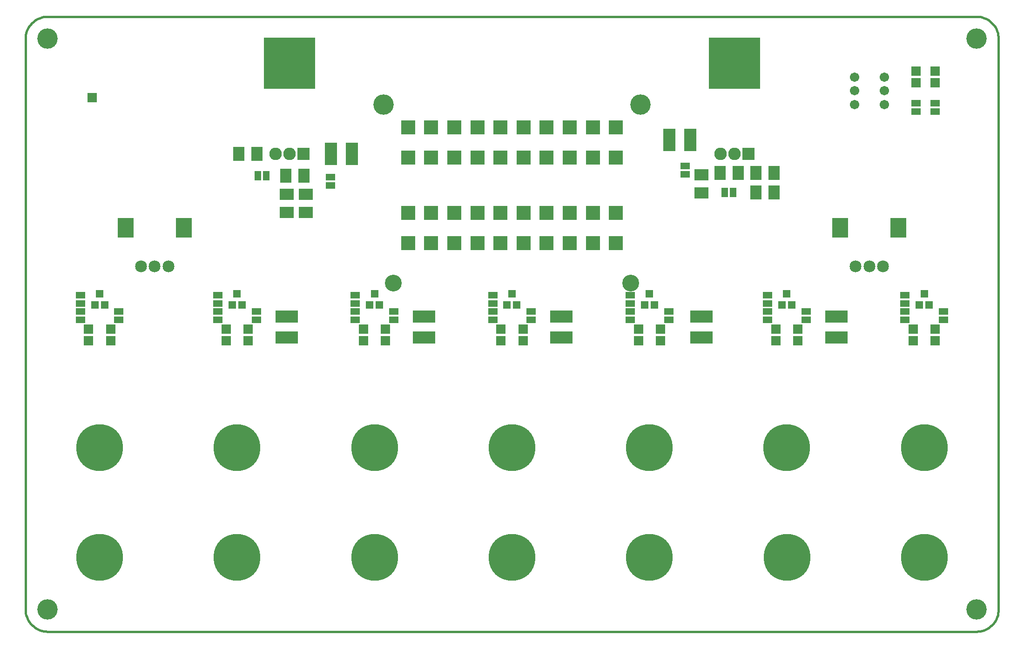
<source format=gts>
G04 (created by PCBNEW-RS274X (2012-01-19 BZR 3256)-stable) date 9/12/2012 8:11:32 PM*
G01*
G70*
G90*
%MOIN*%
G04 Gerber Fmt 3.4, Leading zero omitted, Abs format*
%FSLAX34Y34*%
G04 APERTURE LIST*
%ADD10C,0.006000*%
%ADD11C,0.015000*%
%ADD12C,0.085000*%
%ADD13R,0.114500X0.144000*%
%ADD14C,0.120000*%
%ADD15C,0.067200*%
%ADD16R,0.090000X0.090000*%
%ADD17C,0.090000*%
%ADD18R,0.370000X0.370000*%
%ADD19R,0.103700X0.103700*%
%ADD20C,0.335000*%
%ADD21R,0.065000X0.045000*%
%ADD22R,0.045000X0.065000*%
%ADD23R,0.056000X0.056000*%
%ADD24R,0.067200X0.067200*%
%ADD25R,0.100000X0.080000*%
%ADD26R,0.080000X0.100000*%
%ADD27R,0.090000X0.160000*%
%ADD28R,0.160000X0.090000*%
%ADD29R,0.071400X0.071400*%
%ADD30C,0.146000*%
G04 APERTURE END LIST*
G54D10*
G54D11*
X90945Y-21850D02*
X90945Y-62795D01*
X22834Y-20276D02*
X89370Y-20276D01*
X21259Y-62795D02*
X21259Y-21850D01*
X89370Y-64370D02*
X22834Y-64370D01*
X21260Y-62795D02*
X21266Y-62932D01*
X21284Y-63068D01*
X21314Y-63202D01*
X21355Y-63333D01*
X21408Y-63460D01*
X21472Y-63582D01*
X21545Y-63698D01*
X21629Y-63807D01*
X21722Y-63908D01*
X21823Y-64001D01*
X21932Y-64085D01*
X22048Y-64158D01*
X22170Y-64222D01*
X22297Y-64275D01*
X22428Y-64316D01*
X22562Y-64346D01*
X22698Y-64364D01*
X22835Y-64370D01*
X22834Y-20275D02*
X22697Y-20281D01*
X22561Y-20299D01*
X22427Y-20329D01*
X22296Y-20370D01*
X22169Y-20423D01*
X22047Y-20487D01*
X21931Y-20560D01*
X21822Y-20644D01*
X21721Y-20737D01*
X21628Y-20838D01*
X21544Y-20947D01*
X21471Y-21063D01*
X21407Y-21185D01*
X21354Y-21312D01*
X21313Y-21443D01*
X21283Y-21577D01*
X21265Y-21713D01*
X21259Y-21850D01*
X90944Y-21850D02*
X90938Y-21713D01*
X90920Y-21577D01*
X90890Y-21443D01*
X90849Y-21312D01*
X90796Y-21185D01*
X90732Y-21063D01*
X90659Y-20947D01*
X90575Y-20838D01*
X90482Y-20737D01*
X90381Y-20644D01*
X90272Y-20560D01*
X90156Y-20487D01*
X90034Y-20423D01*
X89907Y-20370D01*
X89776Y-20329D01*
X89642Y-20299D01*
X89506Y-20281D01*
X89369Y-20275D01*
X89369Y-64370D02*
X89506Y-64364D01*
X89642Y-64346D01*
X89776Y-64316D01*
X89907Y-64275D01*
X90034Y-64222D01*
X90156Y-64158D01*
X90272Y-64085D01*
X90381Y-64001D01*
X90482Y-63908D01*
X90575Y-63807D01*
X90659Y-63698D01*
X90732Y-63582D01*
X90796Y-63460D01*
X90849Y-63333D01*
X90890Y-63202D01*
X90920Y-63068D01*
X90938Y-62932D01*
X90944Y-62795D01*
G54D12*
X29527Y-38189D03*
X30511Y-38189D03*
X31495Y-38189D03*
G54D13*
X28424Y-35433D03*
X32598Y-35433D03*
G54D14*
X64602Y-39370D03*
X47602Y-39370D03*
G54D15*
X80630Y-26575D03*
X80630Y-25591D03*
X80630Y-24607D03*
X82756Y-24607D03*
X82756Y-25591D03*
X82756Y-26575D03*
G54D16*
X73046Y-30118D03*
G54D17*
X71046Y-30118D03*
X72046Y-30118D03*
G54D18*
X72046Y-23618D03*
G54D12*
X80708Y-38189D03*
X81692Y-38189D03*
X82676Y-38189D03*
G54D13*
X79605Y-35433D03*
X83779Y-35433D03*
G54D16*
X41157Y-30118D03*
G54D17*
X39157Y-30118D03*
X40157Y-30118D03*
G54D18*
X40157Y-23618D03*
G54D19*
X48661Y-36516D03*
X48661Y-34350D03*
X50315Y-36516D03*
X50315Y-34350D03*
X51968Y-36516D03*
X51968Y-34350D03*
X53622Y-36516D03*
X53622Y-34350D03*
X55275Y-36516D03*
X55275Y-34350D03*
X56929Y-36516D03*
X56929Y-34350D03*
X58582Y-36516D03*
X58582Y-34350D03*
X60236Y-36516D03*
X60236Y-34350D03*
X61889Y-36516D03*
X61889Y-34350D03*
X63543Y-36516D03*
X63543Y-34350D03*
G54D20*
X75787Y-51181D03*
X65944Y-51181D03*
X56104Y-51181D03*
X46261Y-51181D03*
X36419Y-51181D03*
X36418Y-59055D03*
X46261Y-59055D03*
X56104Y-59055D03*
X65946Y-59055D03*
X75789Y-59055D03*
X85629Y-51181D03*
X26574Y-51181D03*
X85631Y-59055D03*
X26576Y-59055D03*
G54D21*
X25197Y-40252D03*
X25197Y-40852D03*
X35040Y-41432D03*
X35040Y-42032D03*
X54724Y-42032D03*
X54724Y-41432D03*
X35040Y-40251D03*
X35040Y-40851D03*
X37795Y-42032D03*
X37795Y-41432D03*
X47637Y-42032D03*
X47637Y-41432D03*
X86417Y-27072D03*
X86417Y-26472D03*
X64567Y-42032D03*
X64567Y-41432D03*
X74409Y-42032D03*
X74409Y-41432D03*
X44881Y-41432D03*
X44881Y-42032D03*
X44881Y-40251D03*
X44881Y-40851D03*
X54724Y-40851D03*
X54724Y-40251D03*
X57480Y-41432D03*
X57480Y-42032D03*
X64567Y-40851D03*
X64567Y-40251D03*
X67322Y-41432D03*
X67322Y-42032D03*
X74409Y-40851D03*
X74409Y-40251D03*
X85039Y-27072D03*
X85039Y-26472D03*
X77165Y-41432D03*
X77165Y-42032D03*
G54D22*
X71953Y-32874D03*
X71353Y-32874D03*
X38488Y-31693D03*
X37888Y-31693D03*
G54D21*
X68503Y-30999D03*
X68503Y-31599D03*
X43109Y-32387D03*
X43109Y-31787D03*
X84251Y-42032D03*
X84251Y-41432D03*
X84251Y-40851D03*
X84251Y-40251D03*
X87007Y-41432D03*
X87007Y-42032D03*
X27953Y-42033D03*
X27953Y-41433D03*
X25197Y-41433D03*
X25197Y-42033D03*
G54D23*
X26925Y-40952D03*
X26225Y-40952D03*
X26575Y-40152D03*
X85980Y-40951D03*
X85280Y-40951D03*
X85630Y-40151D03*
X76137Y-40951D03*
X75437Y-40951D03*
X75787Y-40151D03*
X66294Y-40951D03*
X65594Y-40951D03*
X65944Y-40151D03*
X56452Y-40951D03*
X55752Y-40951D03*
X56102Y-40151D03*
X46609Y-40951D03*
X45909Y-40951D03*
X46259Y-40151D03*
X36766Y-40951D03*
X36066Y-40951D03*
X36416Y-40151D03*
G54D24*
X27362Y-43524D03*
X27362Y-42698D03*
X25787Y-42698D03*
X25787Y-43524D03*
X86417Y-42697D03*
X86417Y-43523D03*
X84842Y-43523D03*
X84842Y-42697D03*
X66732Y-42697D03*
X66732Y-43523D03*
X75001Y-43523D03*
X75001Y-42697D03*
X76576Y-42697D03*
X76576Y-43523D03*
X85039Y-25019D03*
X85039Y-24193D03*
X86417Y-25019D03*
X86417Y-24193D03*
X37205Y-43523D03*
X37205Y-42697D03*
X35630Y-42697D03*
X35630Y-43523D03*
X65157Y-43523D03*
X65157Y-42697D03*
X56889Y-42697D03*
X56889Y-43523D03*
X55315Y-43523D03*
X55315Y-42697D03*
X47046Y-43523D03*
X47046Y-42697D03*
X45472Y-42697D03*
X45472Y-43523D03*
G54D25*
X69684Y-31633D03*
X69684Y-32933D03*
X39960Y-34311D03*
X39960Y-33011D03*
G54D26*
X73562Y-32874D03*
X74862Y-32874D03*
X73562Y-31496D03*
X74862Y-31496D03*
G54D25*
X41338Y-34311D03*
X41338Y-33011D03*
G54D26*
X36554Y-30118D03*
X37854Y-30118D03*
X71003Y-31496D03*
X72303Y-31496D03*
X41200Y-31693D03*
X39900Y-31693D03*
G54D27*
X44647Y-30118D03*
X43147Y-30118D03*
X67359Y-29134D03*
X68859Y-29134D03*
G54D28*
X49802Y-41770D03*
X49802Y-43270D03*
X59645Y-41770D03*
X59645Y-43270D03*
X69685Y-41770D03*
X69685Y-43270D03*
X39961Y-41770D03*
X39961Y-43270D03*
X79330Y-41770D03*
X79330Y-43270D03*
G54D29*
X26027Y-26075D03*
G54D30*
X22834Y-62795D03*
X89370Y-62795D03*
X89370Y-21850D03*
X22834Y-21850D03*
G54D19*
X48665Y-28229D03*
X48665Y-30394D03*
X50319Y-28229D03*
X50319Y-30394D03*
X51972Y-28229D03*
X51972Y-30394D03*
X53626Y-28229D03*
X53626Y-30394D03*
X55279Y-28229D03*
X55279Y-30394D03*
X56933Y-28229D03*
X56933Y-30394D03*
X58586Y-28229D03*
X58586Y-30394D03*
X60240Y-28229D03*
X60240Y-30394D03*
X61893Y-28229D03*
X61893Y-30394D03*
X63547Y-28229D03*
X63545Y-30394D03*
G54D30*
X65318Y-26575D03*
X46893Y-26575D03*
M02*

</source>
